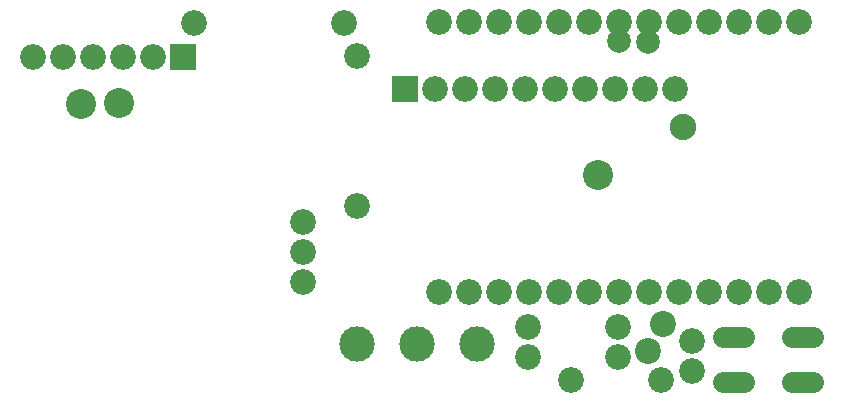
<source format=gbr>
G04 EAGLE Gerber RS-274X export*
G75*
%MOMM*%
%FSLAX34Y34*%
%LPD*%
%INBottom Copper*%
%IPPOS*%
%AMOC8*
5,1,8,0,0,1.08239X$1,22.5*%
G01*
%ADD10C,3.000000*%
%ADD11C,2.184400*%
%ADD12R,2.184400X2.184400*%
%ADD13C,1.778000*%
%ADD14C,2.540000*%
%ADD15C,2.000000*%
%ADD16C,2.235200*%
%ADD17C,2.200000*%


D10*
X75200Y-119500D03*
X24400Y-119500D03*
X-26400Y-119500D03*
D11*
X-26500Y124500D03*
X-26500Y-2650D03*
X-37400Y152500D03*
X-164550Y152500D03*
X42900Y-75000D03*
X68300Y-75000D03*
X93700Y-75000D03*
X119100Y-75000D03*
X144500Y-75000D03*
X169900Y-75000D03*
X195300Y-75000D03*
X220700Y-75000D03*
X246100Y-75000D03*
X271500Y-75000D03*
X296900Y-75000D03*
X322300Y-75000D03*
X347700Y-75000D03*
X42900Y153600D03*
X68300Y153600D03*
X93700Y153600D03*
X119100Y153600D03*
X144500Y153600D03*
X169900Y153600D03*
X195300Y153600D03*
X220700Y153600D03*
X246100Y153600D03*
X271500Y153600D03*
X296900Y153600D03*
X322300Y153600D03*
X347700Y153600D03*
X-72000Y-15400D03*
X-72000Y-40800D03*
X-72000Y-66200D03*
D12*
X-173600Y124300D03*
D11*
X-199000Y124300D03*
X-224400Y124300D03*
X-249800Y124300D03*
X-275200Y124300D03*
X-300600Y124300D03*
X141100Y96875D03*
X166500Y96875D03*
X191900Y96875D03*
X217300Y96875D03*
X242700Y96875D03*
X115700Y96875D03*
X90300Y96875D03*
X64900Y96875D03*
X39500Y96875D03*
D12*
X14100Y96875D03*
D13*
X283900Y-112950D02*
X301680Y-112950D01*
X301680Y-151050D02*
X283900Y-151050D01*
X342320Y-112950D02*
X360100Y-112950D01*
X360100Y-151050D02*
X342320Y-151050D01*
D11*
X195100Y-130300D03*
X118900Y-130300D03*
X195100Y-105000D03*
X118900Y-105000D03*
X257000Y-141700D03*
X257000Y-116300D03*
X154900Y-150000D03*
X231100Y-150000D03*
D14*
X-228000Y85000D03*
D15*
X195600Y137500D03*
D14*
X-260000Y84000D03*
D15*
X220000Y137000D03*
D14*
X178000Y24000D03*
D16*
X250000Y65000D03*
D17*
X220000Y-125000D03*
X233000Y-102000D03*
M02*

</source>
